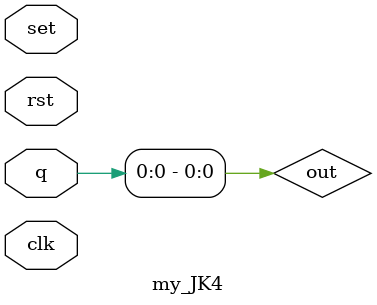
<source format=v>
module my_JK4(clk,rst,set,q);
	input clk;
	input rst;
	input set;
	input [3:0] q;

	
	JK_ff FF0 (
					.clk(clk),
					.set_n(set),
					.rst_n(rst),
					.j(1),
					.k(1),
					.q(q[0])
					);
	
	JK_ff FF1 (
					.clk(q[0]),
					.set_n(set),
					.rst_n(rst),
					.j(~q[3]),
					.k(~q[3]),
					.q(q[1])
					);
	
	JK_ff FF2 (
					.clk(q[1]),
					.set_n(set),
					.rst_n(rst),
					.j(1),
					.k(1),
					.q(q[2])
					);	
	
	JK_ff FF3 (
					.clk(q[0]),
					.set_n(set),
					.rst_n(rst),
					.j(q[1]&q[2]),
					.k(q[3]),
					.q(q[3])
					);	
					
	assign out = {q[3],q[2],q[1],q[0]};

	
endmodule
</source>
